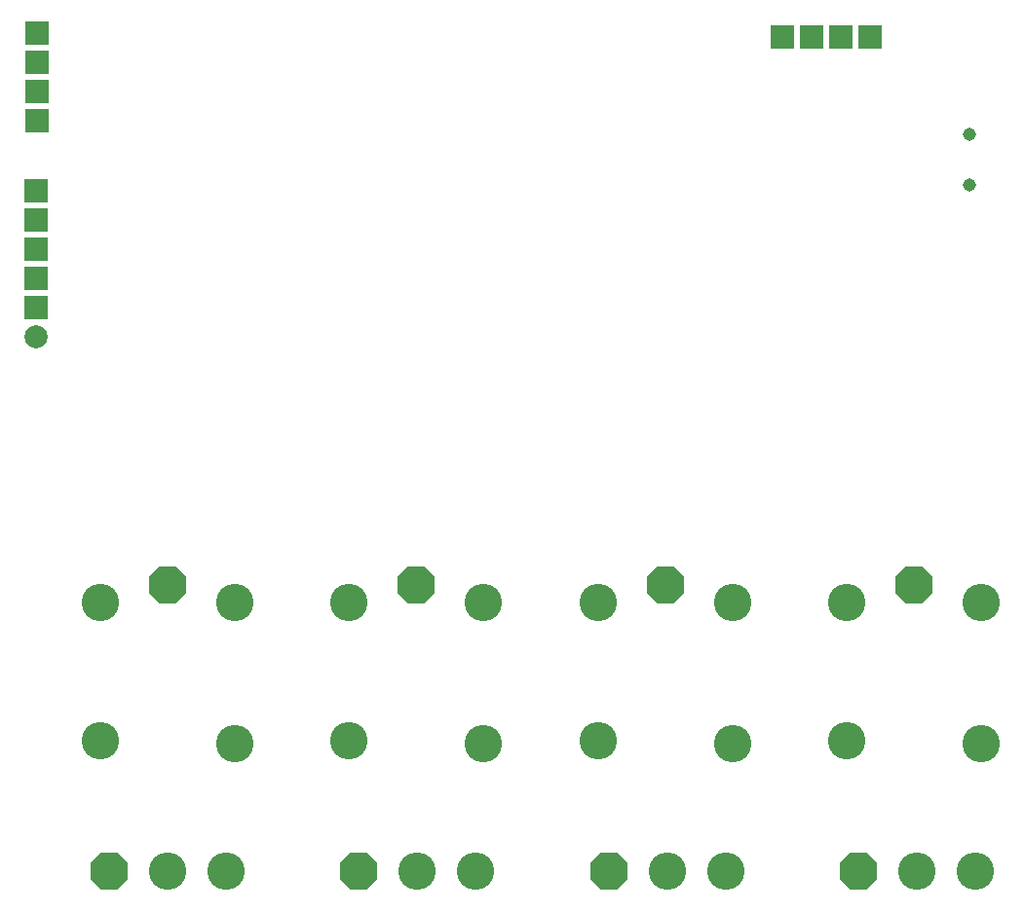
<source format=gbs>
G04*
G04 #@! TF.GenerationSoftware,Altium Limited,Altium Designer,19.0.15 (446)*
G04*
G04 Layer_Color=16711935*
%FSLAX23Y23*%
%MOIN*%
G70*
G01*
G75*
%ADD65P,0.139X8X22.5*%
%ADD66C,0.128*%
%ADD67C,0.045*%
%ADD68R,0.079X0.079*%
%ADD69R,0.079X0.079*%
%ADD70C,0.079*%
D65*
X3845Y1980D02*
D03*
X4045Y2960D02*
D03*
X4700Y1980D02*
D03*
X4897Y2960D02*
D03*
X5554Y1980D02*
D03*
X6409D02*
D03*
X5748Y2960D02*
D03*
X6600D02*
D03*
D66*
X4045Y1980D02*
D03*
X4245D02*
D03*
X3815Y2900D02*
D03*
Y2425D02*
D03*
X4275Y2415D02*
D03*
Y2900D02*
D03*
X4899Y1980D02*
D03*
X5100D02*
D03*
X4667Y2900D02*
D03*
Y2425D02*
D03*
X5127Y2415D02*
D03*
Y2900D02*
D03*
X5754Y1980D02*
D03*
X5954D02*
D03*
X6609D02*
D03*
X6808D02*
D03*
X5518Y2900D02*
D03*
Y2425D02*
D03*
X5978Y2415D02*
D03*
Y2900D02*
D03*
X6370D02*
D03*
Y2425D02*
D03*
X6830Y2415D02*
D03*
Y2900D02*
D03*
D67*
X6790Y4502D02*
D03*
Y4328D02*
D03*
D68*
X3600Y4850D02*
D03*
Y4750D02*
D03*
Y4650D02*
D03*
Y4550D02*
D03*
X3595Y4310D02*
D03*
Y4210D02*
D03*
Y4110D02*
D03*
Y4010D02*
D03*
Y3910D02*
D03*
D69*
X6450Y4835D02*
D03*
X6350D02*
D03*
X6250D02*
D03*
X6150D02*
D03*
D70*
X3595Y3810D02*
D03*
M02*

</source>
